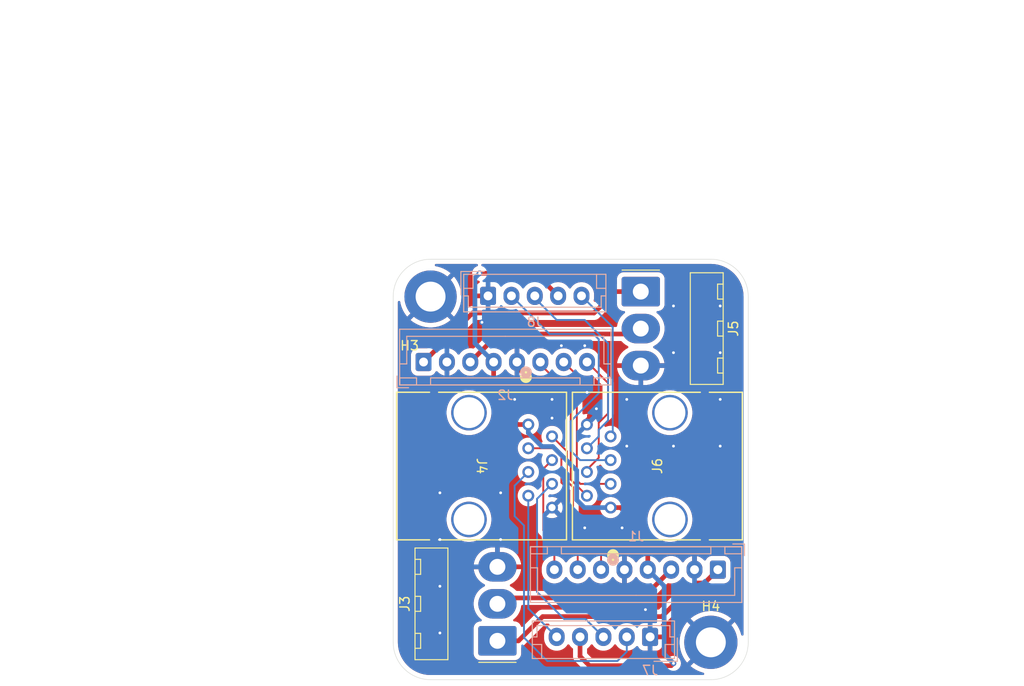
<source format=kicad_pcb>
(kicad_pcb (version 20241229) (generator "pcbnew") (generator_version "9.0")
  (layers (0 "F.Cu" signal) (2 "B.Cu" signal) (13 "F.Paste" user) (15 "B.Paste" user) (5 "F.SilkS" user "F.Silkscreen") (7 "B.SilkS" user "B.Silkscreen") (1 "F.Mask" user) (3 "B.Mask" user) (25 "Edge.Cuts" user))
  (net 0 "")
  (net 1 "GND")
  (net 2 "/Cos0")
  (net 3 "/C_B0")
  (net 4 "+5V")
  (net 5 "/Sin0")
  (net 6 "/C_I0")
  (net 7 "/C_A0")
  (net 8 "/Cos1")
  (net 9 "/C_B1")
  (net 10 "/C_A1")
  (net 11 "/Sin1")
  (net 12 "/C_I1")
  (net 13 "/SEA_A0")
  (net 14 "/SEA_I0")
  (net 15 "/SEA_B0")
  (net 16 "/SEA_A1")
  (net 17 "/SEA_B1")
  (net 18 "/SEA_I1")
  (footprint "MountingHole:MountingHole_3.2mm_M3_ISO7380_Pad_TopBottom" (layer "F.Cu") (at 184 101)
    (property "Reference" "H4" (at 0 -3.85 0) (layer "F.SilkS"))
    (property "Value" "MountingHole_Pad")
    (pad "1" thru_hole circle (at 0 0) (size 3.6 3.6) (drill 3.2) (layers "*.Cu" "*.Mask") (net 1 "GND"))
    (pad "1" connect circle (at 0 0) (size 5.7 5.7) (layers "F.Cu" "F.Mask") (net 1 "GND"))
    (pad "1" connect circle (at 0 0) (size 5.7 5.7) (layers "B.Cu" "B.Mask") (net 1 "GND"))
  )
  (footprint "MountingHole:MountingHole_3.2mm_M3_DIN965_Pad_TopBottom" (layer "F.Cu") (at 154 64)
    (property "Reference" "H3" (at -2.25 5.25 0) (layer "F.SilkS"))
    (property "Value" "MountingHole_Pad")
    (pad "1" thru_hole circle (at 0 0) (size 3.6 3.6) (drill 3.2) (layers "*.Cu" "*.Mask") (net 1 "GND"))
    (pad "1" connect circle (at 0 0) (size 5.6 5.6) (layers "F.Cu" "F.Mask") (net 1 "GND"))
    (pad "1" connect circle (at 0 0) (size 5.6 5.6) (layers "B.Cu" "B.Mask") (net 1 "GND"))
  )
  (footprint "Connector_Molex:Molex_KK-396_A-41792-0003_1x03_P3.96mm_Horizontal" (layer "F.Cu") (at 176.5 63.4623 -90)
    (property "Reference" "J5" (at 3.96 -9.91 90) (layer "F.SilkS"))
    (property "Value" "Conn_01x03")
    (fp_line (start -2.305 -2) (end -2.305 2) (stroke (width 0.12)) (layer "F.SilkS"))
    (fp_line (start -2.015 -5.3) (end -2.015 -8.82) (stroke (width 0.12)) (layer "F.SilkS"))
    (fp_line (start 9.935 -5.3) (end -2.015 -5.3) (stroke (width 0.12)) (layer "F.SilkS"))
    (fp_line (start -0.8 -8.22) (end 0.8 -8.22) (stroke (width 0.12)) (layer "F.SilkS"))
    (fp_line (start 0.8 -8.22) (end 0.8 -8.82) (stroke (width 0.12)) (layer "F.SilkS"))
    (fp_line (start 3.16 -8.22) (end 4.76 -8.22) (stroke (width 0.12)) (layer "F.SilkS"))
    (fp_line (start 4.76 -8.22) (end 4.76 -8.82) (stroke (width 0.12)) (layer "F.SilkS"))
    (fp_line (start 7.12 -8.22) (end 8.72 -8.22) (stroke (width 0.12)) (layer "F.SilkS"))
    (fp_line (start 8.72 -8.22) (end 8.72 -8.82) (stroke (width 0.12)) (layer "F.SilkS"))
    (fp_line (start -2.015 -8.82) (end 9.935 -8.82) (stroke (width 0.12)) (layer "F.SilkS"))
    (fp_line (start -0.8 -8.82) (end -0.8 -8.22) (stroke (width 0.12)) (layer "F.SilkS"))
    (fp_line (start 3.16 -8.82) (end 3.16 -8.22) (stroke (width 0.12)) (layer "F.SilkS"))
    (fp_line (start 7.12 -8.82) (end 7.12 -8.22) (stroke (width 0.12)) (layer "F.SilkS"))
    (fp_line (start 9.935 -8.82) (end 9.935 -5.3) (stroke (width 0.12)) (layer "F.SilkS"))
    (pad "1" thru_hole roundrect (at 0 0 270) (size 3.16 4.1) (drill 1.7) (layers "*.Cu" "*.Mask") (roundrect_rratio 0.079114) (net 11 "/Sin1"))
    (pad "2" thru_hole oval (at 3.96 0 270) (size 3.16 4.1) (drill 1.7) (layers "*.Cu" "*.Mask") (net 8 "/Cos1"))
    (pad "3" thru_hole oval (at 7.92 0 270) (size 3.16 4.1) (drill 1.7) (layers "*.Cu" "*.Mask") (net 1 "GND"))
  )
  (footprint "ethernet_54602-908LF:ethernet_54602-908LF" (layer "F.Cu") (at 173.2726 86.5823 90)
    (property "Reference" "J6" (at 4.445 5.004 90) (layer "F.SilkS"))
    (property "Value" "54602-908LF")
    (fp_line (start 12.3444 -4.0892) (end -3.4544 -4.0892) (stroke (width 0.1524)) (layer "F.SilkS"))
    (fp_line (start -3.4544 -4.0892) (end -3.4544 9.598328) (stroke (width 0.1524)) (layer "F.SilkS"))
    (fp_line (start 12.3444 9.598328) (end 12.3444 -4.0892) (stroke (width 0.1524)) (layer "F.SilkS"))
    (fp_line (start -3.4544 10.569672) (end -3.4544 14.0972) (stroke (width 0.1524)) (layer "F.SilkS"))
    (fp_line (start 12.3444 14.0972) (end 12.3444 10.569672) (stroke (width 0.1524)) (layer "F.SilkS"))
    (fp_line (start -3.4544 14.0972) (end 12.3444 14.0972) (stroke (width 0.1524)) (layer "F.SilkS"))
    (fp_circle (center -5.08 0.254) (end -4.699 0.254) (stroke (width 0.508)) (fill no) (layer "F.SilkS"))
    (fp_circle (center -5.588 0.254) (end -5.207 0.254) (stroke (width 0.508)) (fill no) (layer "B.SilkS"))
    (pad "1" thru_hole circle (at 0 0 90) (size 1.27 1.27) (drill 0.762) (layers "*.Cu" "*.Mask") (net 4 "+5V"))
    (pad "2" thru_hole circle (at 1.27 -2.54 90) (size 1.27 1.27) (drill 0.762) (layers "*.Cu" "*.Mask") (net 10 "/C_A1"))
    (pad "3" thru_hole circle (at 2.54 0 90) (size 1.27 1.27) (drill 0.762) (layers "*.Cu" "*.Mask") (net 9 "/C_B1"))
    (pad "4" thru_hole circle (at 3.81 -2.54 90) (size 1.27 1.27) (drill 0.762) (layers "*.Cu" "*.Mask") (net 12 "/C_I1"))
    (pad "5" thru_hole circle (at 5.08 0 90) (size 1.27 1.27) (drill 0.762) (layers "*.Cu" "*.Mask") (net 18 "/SEA_I1"))
    (pad "6" thru_hole circle (at 6.35 -2.54 90) (size 1.27 1.27) (drill 0.762) (layers "*.Cu" "*.Mask") (net 16 "/SEA_A1"))
    (pad "7" thru_hole circle (at 7.62 0 90) (size 1.27 1.27) (drill 0.762) (layers "*.Cu" "*.Mask") (net 17 "/SEA_B1"))
    (pad "8" thru_hole circle (at 8.89 -2.54 90) (size 1.27 1.27) (drill 0.762) (layers "*.Cu" "*.Mask") (net 1 "GND"))
    (pad "9" thru_hole circle (at -1.27 6.35 180) (size 3.81 3.81) (drill 3.302) (layers "*.Cu" "*.Mask"))
    (pad "10" thru_hole circle (at 10.16 6.35 180) (size 3.81 3.81) (drill 3.302) (layers "*.Cu" "*.Mask"))
  )
  (footprint "Connector_Molex:Molex_KK-396_A-41792-0003_1x03_P3.96mm_Horizontal" (layer "F.Cu") (at 161.155 100.8423 90)
    (property "Reference" "J3" (at 3.96 -9.91 90) (layer "F.SilkS"))
    (property "Value" "Conn_01x03")
    (fp_line (start 9.935 -8.82) (end 9.935 -5.3) (stroke (width 0.12)) (layer "F.SilkS"))
    (fp_line (start 7.12 -8.82) (end 7.12 -8.22) (stroke (width 0.12)) (layer "F.SilkS"))
    (fp_line (start 3.16 -8.82) (end 3.16 -8.22) (stroke (width 0.12)) (layer "F.SilkS"))
    (fp_line (start -0.8 -8.82) (end -0.8 -8.22) (stroke (width 0.12)) (layer "F.SilkS"))
    (fp_line (start -2.015 -8.82) (end 9.935 -8.82) (stroke (width 0.12)) (layer "F.SilkS"))
    (fp_line (start 8.72 -8.22) (end 8.72 -8.82) (stroke (width 0.12)) (layer "F.SilkS"))
    (fp_line (start 7.12 -8.22) (end 8.72 -8.22) (stroke (width 0.12)) (layer "F.SilkS"))
    (fp_line (start 4.76 -8.22) (end 4.76 -8.82) (stroke (width 0.12)) (layer "F.SilkS"))
    (fp_line (start 3.16 -8.22) (end 4.76 -8.22) (stroke (width 0.12)) (layer "F.SilkS"))
    (fp_line (start 0.8 -8.22) (end 0.8 -8.82) (stroke (width 0.12)) (layer "F.SilkS"))
    (fp_line (start -0.8 -8.22) (end 0.8 -8.22) (stroke (width 0.12)) (layer "F.SilkS"))
    (fp_line (start 9.935 -5.3) (end -2.015 -5.3) (stroke (width 0.12)) (layer "F.SilkS"))
    (fp_line (start -2.015 -5.3) (end -2.015 -8.82) (stroke (width 0.12)) (layer "F.SilkS"))
    (fp_line (start -2.305 -2) (end -2.305 2) (stroke (width 0.12)) (layer "F.SilkS"))
    (pad "1" thru_hole roundrect (at 0 0 90) (size 3.16 4.1) (drill 1.7) (layers "*.Cu" "*.Mask") (roundrect_rratio 0.079114) (net 5 "/Sin0"))
    (pad "2" thru_hole oval (at 3.96 0 90) (size 3.16 4.1) (drill 1.7) (layers "*.Cu" "*.Mask") (net 2 "/Cos0"))
    (pad "3" thru_hole oval (at 7.92 0 90) (size 3.16 4.1) (drill 1.7) (layers "*.Cu" "*.Mask") (net 1 "GND"))
  )
  (footprint "ethernet_54602-908LF:ethernet_54602-908LF" (layer "F.Cu") (at 164.46 77.69 -90)
    (property "Reference" "J4" (at 4.445 5.004 270) (layer "F.SilkS"))
    (property "Value" "54602-908LF")
    (fp_line (start -3.4544 14.0972) (end 12.3444 14.0972) (stroke (width 0.1524)) (layer "F.SilkS"))
    (fp_line (start 12.3444 14.0972) (end 12.3444 10.569672) (stroke (width 0.1524)) (layer "F.SilkS"))
    (fp_line (start -3.4544 10.569672) (end -3.4544 14.0972) (stroke (width 0.1524)) (layer "F.SilkS"))
    (fp_line (start 12.3444 9.598328) (end 12.3444 -4.0892) (stroke (width 0.1524)) (layer "F.SilkS"))
    (fp_line (start -3.4544 -4.0892) (end -3.4544 9.598328) (stroke (width 0.1524)) (layer "F.SilkS"))
    (fp_line (start 12.3444 -4.0892) (end -3.4544 -4.0892) (stroke (width 0.1524)) (layer "F.SilkS"))
    (fp_circle (center -5.08 0.254) (end -4.699 0.254) (stroke (width 0.508)) (fill no) (layer "F.SilkS"))
    (fp_circle (center -5.588 0.254) (end -5.207 0.254) (stroke (width 0.508)) (fill no) (layer "B.SilkS"))
    (pad "1" thru_hole circle (at 0 0 270) (size 1.27 1.27) (drill 0.762) (layers "*.Cu" "*.Mask") (net 4 "+5V"))
    (pad "2" thru_hole circle (at 1.27 -2.54 270) (size 1.27 1.27) (drill 0.762) (layers "*.Cu" "*.Mask") (net 7 "/C_A0"))
    (pad "3" thru_hole circle (at 2.54 0 270) (size 1.27 1.27) (drill 0.762) (layers "*.Cu" "*.Mask") (net 3 "/C_B0"))
    (pad "4" thru_hole circle (at 3.81 -2.54 270) (size 1.27 1.27) (drill 0.762) (layers "*.Cu" "*.Mask") (net 6 "/C_I0"))
    (pad "5" thru_hole circle (at 5.08 0 270) (size 1.27 1.27) (drill 0.762) (layers "*.Cu" "*.Mask") (net 14 "/SEA_I0"))
    (pad "6" thru_hole circle (at 6.35 -2.54 270) (size 1.27 1.27) (drill 0.762) (layers "*.Cu" "*.Mask") (net 13 "/SEA_A0"))
    (pad "7" thru_hole circle (at 7.62 0 270) (size 1.27 1.27) (drill 0.762) (layers "*.Cu" "*.Mask") (net 15 "/SEA_B0"))
    (pad "8" thru_hole circle (at 8.89 -2.54 270) (size 1.27 1.27) (drill 0.762) (layers "*.Cu" "*.Mask") (net 1 "GND"))
    (pad "9" thru_hole circle (at -1.27 6.35) (size 3.81 3.81) (drill 3.302) (layers "*.Cu" "*.Mask"))
    (pad "10" thru_hole circle (at 10.16 6.35) (size 3.81 3.81) (drill 3.302) (layers "*.Cu" "*.Mask"))
  )
  (footprint "Connector_JST:JST_EH_B5B-EH-A_1x05_P2.50mm_Vertical" (layer "B.Cu") (at 177.5 100.4223 180)
    (property "Reference" "J7" (at 0 -3.5777 0) (layer "B.SilkS") (effects (justify mirror)))
    (property "Value" "Conn_01x05")
    (fp_line (start 12.61 1.71) (end -2.61 1.71) (stroke (width 0.12)) (layer "B.SilkS"))
    (fp_line (start 12.61 -0.81) (end 11.61 -0.81) (stroke (width 0.12)) (layer "B.SilkS"))
    (fp_line (start 12.61 -2.31) (end 12.61 1.71) (stroke (width 0.12)) (layer "B.SilkS"))
    (fp_line (start 12.11 1.21) (end 12.11 0) (stroke (width 0.12)) (layer "B.SilkS"))
    (fp_line (start 12.11 0) (end 12.61 0) (stroke (width 0.12)) (layer "B.SilkS"))
    (fp_line (start 11.61 -0.81) (end 11.61 -2.31) (stroke (width 0.12)) (layer "B.SilkS"))
    (fp_line (start -1.61 -0.81) (end -1.61 -2.31) (stroke (width 0.12)) (layer "B.SilkS"))
    (fp_line (start -2.11 1.21) (end 12.11 1.21) (stroke (width 0.12)) (layer "B.SilkS"))
    (fp_line (start -2.11 0) (end -2.11 1.21) (stroke (width 0.12)) (layer "B.SilkS"))
    (fp_line (start -2.61 1.71) (end -2.61 -2.31) (stroke (width 0.12)) (layer "B.SilkS"))
    (fp_line (start -2.61 0) (end -2.11 0) (stroke (width 0.12)) (layer "B.SilkS"))
    (fp_line (start -2.61 -0.81) (end -1.61 -0.81) (stroke (width 0.12)) (layer "B.SilkS"))
    (fp_line (start -2.61 -2.31) (end 12.61 -2.31) (stroke (width 0.12)) (layer "B.SilkS"))
    (fp_line (start -2.91 -0.11) (end -2.91 -2.61) (stroke (width 0.12)) (layer "B.SilkS"))
    (fp_line (start -2.91 -2.61) (end -0.41 -2.61) (stroke (width 0.12)) (layer "B.SilkS"))
    (pad "1" thru_hole roundrect (at 0 0 180) (size 1.7 1.95) (drill 0.95) (layers "*.Cu" "*.Mask") (roundrect_rratio 0.147059) (net 1 "GND"))
    (pad "2" thru_hole oval (at 2.5 0 180) (size 1.7 1.95) (drill 0.95) (layers "*.Cu" "*.Mask") (net 14 "/SEA_I0"))
    (pad "3" thru_hole oval (at 5 0 180) (size 1.7 1.95) (drill 0.95) (layers "*.Cu" "*.Mask") (net 13 "/SEA_A0"))
    (pad "4" thru_hole oval (at 7.5 0 180) (size 1.7 1.95) (drill 0.95) (layers "*.Cu" "*.Mask") (net 4 "+5V"))
    (pad "5" thru_hole oval (at 10 0 180) (size 1.7 1.95) (drill 0.95) (layers "*.Cu" "*.Mask") (net 15 "/SEA_B0"))
  )
  (footprint "Connector_JST:JST_XH_B8B-XH-A_1x08_P2.50mm_Vertical" (layer "B.Cu") (at 153.25 71)
    (property "Reference" "J2" (at 8.75 3.55 180) (layer "B.SilkS") (effects (justify mirror)))
    (property "Value" "Conn_01x08")
    (fp_line (start -2.85 2.75) (end -2.85 1.5) (stroke (width 0.12)) (layer "B.SilkS"))
    (fp_line (start -2.56 -3.51) (end 20.06 -3.51) (stroke (width 0.12)) (layer "B.SilkS"))
    (fp_line (start -2.56 2.46) (end -2.56 -3.51) (stroke (width 0.12)) (layer "B.SilkS"))
    (fp_line (start -2.55 0.2) (end -1.8 0.2) (stroke (width 0.12)) (layer "B.SilkS"))
    (fp_line (start -2.55 1.7) (end -0.75 1.7) (stroke (width 0.12)) (layer "B.SilkS"))
    (fp_line (start -2.55 2.45) (end -2.55 1.7) (stroke (width 0.12)) (layer "B.SilkS"))
    (fp_line (start -1.8 -2.75) (end 8.75 -2.75) (stroke (width 0.12)) (layer "B.SilkS"))
    (fp_line (start -1.8 0.2) (end -1.8 -2.75) (stroke (width 0.12)) (layer "B.SilkS"))
    (fp_line (start -1.6 2.75) (end -2.85 2.75) (stroke (width 0.12)) (layer "B.SilkS"))
    (fp_line (start -0.75 1.7) (end -0.75 2.45) (stroke (width 0.12)) (layer "B.SilkS"))
    (fp_line (start -0.75 2.45) (end -2.55 2.45) (stroke (width 0.12)) (layer "B.SilkS"))
    (fp_line (start 0.75 1.7) (end 16.75 1.7) (stroke (width 0.12)) (layer "B.SilkS"))
    (fp_line (start 0.75 2.45) (end 0.75 1.7) (stroke (width 0.12)) (layer "B.SilkS"))
    (fp_line (start 16.75 1.7) (end 16.75 2.45) (stroke (width 0.12)) (layer "B.SilkS"))
    (fp_line (start 16.75 2.45) (end 0.75 2.45) (stroke (width 0.12)) (layer "B.SilkS"))
    (fp_line (start 18.25 1.7) (end 20.05 1.7) (stroke (width 0.12)) (layer "B.SilkS"))
    (fp_line (start 18.25 2.45) (end 18.25 1.7) (stroke (width 0.12)) (layer "B.SilkS"))
    (fp_line (start 19.3 -2.75) (end 8.75 -2.75) (stroke (width 0.12)) (layer "B.SilkS"))
    (fp_line (start 19.3 0.2) (end 19.3 -2.75) (stroke (width 0.12)) (layer "B.SilkS"))
    (fp_line (start 20.05 0.2) (end 19.3 0.2) (stroke (width 0.12)) (layer "B.SilkS"))
    (fp_line (start 20.05 1.7) (end 20.05 2.45) (stroke (width 0.12)) (layer "B.SilkS"))
    (fp_line (start 20.05 2.45) (end 18.25 2.45) (stroke (width 0.12)) (layer "B.SilkS"))
    (fp_line (start 20.06 -3.51) (end 20.06 2.46) (stroke (width 0.12)) (layer "B.SilkS"))
    (fp_line (start 20.06 2.46) (end -2.56 2.46) (stroke (width 0.12)) (layer "B.SilkS"))
    (pad "1" thru_hole roundrect (at 0 0) (size 1.7 1.95) (drill 0.95) (layers "*.Cu" "*.Mask") (roundrect_rratio 0.147059) (net 11 "/Sin1"))
    (pad "2" thru_hole oval (at 2.5 0) (size 1.7 1.95) (drill 0.95) (layers "*.Cu" "*.Mask") (net 1 "GND"))
    (pad "3" thru_hole oval (at 5 0) (size 1.7 1.95) (drill 0.95) (layers "*.Cu" "*.Mask") (net 8 "/Cos1"))
    (pad "4" thru_hole oval (at 7.5 0) (size 1.7 1.95) (drill 0.95) (layers "*.Cu" "*.Mask") (net 4 "+5V"))
    (pad "5" thru_hole oval (at 10 0) (size 1.7 1.95) (drill 0.95) (layers "*.Cu" "*.Mask") (net 1 "GND"))
    (pad "6" thru_hole oval (at 12.5 0) (size 1.7 1.95) (drill 0.95) (layers "*.Cu" "*.Mask") (net 10 "/C_A1"))
    (pad "7" thru_hole oval (at 15 0) (size 1.7 1.95) (drill 0.95) (layers "*.Cu" "*.Mask") (net 9 "/C_B1"))
    (pad "8" thru_hole oval (at 17.5 0) (size 1.7 1.95) (drill 0.95) (layers "*.Cu" "*.Mask") (net 12 "/C_I1"))
  )
  (footprint "Connector_JST:JST_EH_B5B-EH-A_1x05_P2.50mm_Vertical" (layer "B.Cu") (at 160.155 63.9223)
    (property "Reference" "J8" (at 5 2.8 180) (layer "B.SilkS") (effects (justify mirror)))
    (property "Value" "Conn_01x05")
    (fp_line (start -2.91 -2.61) (end -0.41 -2.61) (stroke (width 0.12)) (layer "B.SilkS"))
    (fp_line (start -2.91 -0.11) (end -2.91 -2.61) (stroke (width 0.12)) (layer "B.SilkS"))
    (fp_line (start -2.61 -2.31) (end 12.61 -2.31) (stroke (width 0.12)) (layer "B.SilkS"))
    (fp_line (start -2.61 -0.81) (end -1.61 -0.81) (stroke (width 0.12)) (layer "B.SilkS"))
    (fp_line (start -2.61 0) (end -2.11 0) (stroke (width 0.12)) (layer "B.SilkS"))
    (fp_line (start -2.61 1.71) (end -2.61 -2.31) (stroke (width 0.12)) (layer "B.SilkS"))
    (fp_line (start -2.11 0) (end -2.11 1.21) (stroke (width 0.12)) (layer "B.SilkS"))
    (fp_line (start -2.11 1.21) (end 12.11 1.21) (stroke (width 0.12)) (layer "B.SilkS"))
    (fp_line (start -1.61 -0.81) (end -1.61 -2.31) (stroke (width 0.12)) (layer "B.SilkS"))
    (fp_line (start 11.61 -0.81) (end 11.61 -2.31) (stroke (width 0.12)) (layer "B.SilkS"))
    (fp_line (start 12.11 0) (end 12.61 0) (stroke (width 0.12)) (layer "B.SilkS"))
    (fp_line (start 12.11 1.21) (end 12.11 0) (stroke (width 0.12)) (layer "B.SilkS"))
    (fp_line (start 12.61 -2.31) (end 12.61 1.71) (stroke (width 0.12)) (layer "B.SilkS"))
    (fp_line (start 12.61 -0.81) (end 11.61 -0.81) (stroke (width 0.12)) (layer "B.SilkS"))
    (fp_line (start 12.61 1.71) (end -2.61 1.71) (stroke (width 0.12)) (layer "B.SilkS"))
    (pad "1" thru_hole roundrect (at 0 0) (size 1.7 1.95) (drill 0.95) (layers "*.Cu" "*.Mask") (roundrect_rratio 0.147059) (net 1 "GND"))
    (pad "2" thru_hole oval (at 2.5 0) (size 1.7 1.95) (drill 0.95) (layers "*.Cu" "*.Mask") (net 18 "/SEA_I1"))
    (pad "3" thru_hole oval (at 5 0) (size 1.7 1.95) (drill 0.95) (layers "*.Cu" "*.Mask") (net 16 "/SEA_A1"))
    (pad "4" thru_hole oval (at 7.5 0) (size 1.7 1.95) (drill 0.95) (layers "*.Cu" "*.Mask") (net 4 "+5V"))
    (pad "5" thru_hole oval (at 10 0) (size 1.7 1.95) (drill 0.95) (layers "*.Cu" "*.Mask") (net 17 "/SEA_B1"))
  )
  (footprint "Connector_JST:JST_XH_B8B-XH-A_1x08_P2.50mm_Vertical" (layer "B.Cu") (at 184.75 93.225 180)
    (property "Reference" "J1" (at 8.75 3.55 0) (layer "B.SilkS") (effects (justify mirror)))
    (property "Value" "Conn_01x08")
    (fp_line (start 20.06 2.46) (end -2.56 2.46) (stroke (width 0.12)) (layer "B.SilkS"))
    (fp_line (start 20.06 -3.51) (end 20.06 2.46) (stroke (width 0.12)) (layer "B.SilkS"))
    (fp_line (start 20.05 2.45) (end 18.25 2.45) (stroke (width 0.12)) (layer "B.SilkS"))
    (fp_line (start 20.05 1.7) (end 20.05 2.45) (stroke (width 0.12)) (layer "B.SilkS"))
    (fp_line (start 20.05 0.2) (end 19.3 0.2) (stroke (width 0.12)) (layer "B.SilkS"))
    (fp_line (start 19.3 0.2) (end 19.3 -2.75) (stroke (width 0.12)) (layer "B.SilkS"))
    (fp_line (start 19.3 -2.75) (end 8.75 -2.75) (stroke (width 0.12)) (layer "B.SilkS"))
    (fp_line (start 18.25 2.45) (end 18.25 1.7) (stroke (width 0.12)) (layer "B.SilkS"))
    (fp_line (start 18.25 1.7) (end 20.05 1.7) (stroke (width 0.12)) (layer "B.SilkS"))
    (fp_line (start 16.75 2.45) (end 0.75 2.45) (stroke (width 0.12)) (layer "B.SilkS"))
    (fp_line (start 16.75 1.7) (end 16.75 2.45) (stroke (width 0.12)) (layer "B.SilkS"))
    (fp_line (start 0.75 2.45) (end 0.75 1.7) (stroke (width 0.12)) (layer "B.SilkS"))
    (fp_line (start 0.75 1.7) (end 16.75 1.7) (stroke (width 0.12)) (layer "B.SilkS"))
    (fp_line (start -0.75 2.45) (end -2.55 2.45) (stroke (width 0.12)) (layer "B.SilkS"))
    (fp_line (start -0.75 1.7) (end -0.75 2.45) (stroke (width 0.12)) (layer "B.SilkS"))
    (fp_line (start -1.6 2.75) (end -2.85 2.75) (stroke (width 0.12)) (layer "B.SilkS"))
    (fp_line (start -1.8 0.2) (end -1.8 -2.75) (stroke (width 0.12)) (layer "B.SilkS"))
    (fp_line (start -1.8 -2.75) (end 8.75 -2.75) (stroke (width 0.12)) (layer "B.SilkS"))
    (fp_line (start -2.55 2.45) (end -2.55 1.7) (stroke (width 0.12)) (layer "B.SilkS"))
    (fp_line (start -2.55 1.7) (end -0.75 1.7) (stroke (width 0.12)) (layer "B.SilkS"))
    (fp_line (start -2.55 0.2) (end -1.8 0.2) (stroke (width 0.12)) (layer "B.SilkS"))
    (fp_line (start -2.56 2.46) (end -2.56 -3.51) (stroke (width 0.12)) (layer "B.SilkS"))
    (fp_line (start -2.56 -3.51) (end 20.06 -3.51) (stroke (width 0.12)) (layer "B.SilkS"))
    (fp_line (start -2.85 2.75) (end -2.85 1.5) (stroke (width 0.12)) (layer "B.SilkS"))
    (pad "1" thru_hole roundrect (at 0 0 180) (size 1.7 1.95) (drill 0.95) (layers "*.Cu" "*.Mask") (roundrect_rratio 0.147059) (net 5 "/Sin0"))
    (pad "2" thru_hole oval (at 2.5 0 180) (size 1.7 1.95) (drill 0.95) (layers "*.Cu" "*.Mask") (net 1 "GND"))
    (pad "3" thru_hole oval (at 5 0 180) (size 1.7 1.95) (drill 0.95) (layers "*.Cu" "*.Mask") (net 2 "/Cos0"))
    (pad "4" thru_hole oval (at 7.5 0 180) (size 1.7 1.95) (drill 0.95) (layers "*.Cu" "*.Mask") (net 4 "+5V"))
    (pad "5" thru_hole oval (at 10 0 180) (size 1.7 1.95) (drill 0.95) (layers "*.Cu" "*.Mask") (net 1 "GND"))
    (pad "6" thru_hole oval (at 12.5 0 180) (size 1.7 1.95) (drill 0.95) (layers "*.Cu" "*.Mask") (net 7 "/C_A0"))
    (pad "7" thru_hole oval (at 15 0 180) (size 1.7 1.95) (drill 0.95) (layers "*.Cu" "*.Mask") (net 3 "/C_B0"))
    (pad "8" thru_hole oval (at 17.5 0 180) (size 1.7 1.95) (drill 0.95) (layers "*.Cu" "*.Mask") (net 6 "/C_I0"))
  )
  (gr_line (start 184 60) (end 154 60) (stroke (width 0.05)) (layer "Edge.Cuts"))
  (gr_arc (start 184 60) (mid 186.828427 61.171573) (end 188 64) (stroke (width 0.05)) (layer "Edge.Cuts"))
  (gr_line (start 154 105) (end 184 105) (stroke (width 0.05)) (layer "Edge.Cuts"))
  (gr_line (start 188 64) (end 188 101) (stroke (width 0.05)) (layer "Edge.Cuts"))
  (gr_arc (start 188 101) (mid 186.828427 103.828427) (end 184 105) (stroke (width 0.05)) (layer "Edge.Cuts"))
  (gr_line (start 150 64) (end 150 101) (stroke (width 0.05)) (layer "Edge.Cuts"))
  (gr_arc (start 154 105) (mid 151.171573 103.828427) (end 150 101) (stroke (width 0.05)) (layer "Edge.Cuts"))
  (gr_arc (start 150 64) (mid 151.171573 61.171573) (end 154 60) (stroke (width 0.05)) (layer "Edge.Cuts"))
  (segment (start 170.7326 77.2674) (end 170.7326 77.6923) (width 0.5) (layer "F.Cu") (net 1))
  (segment (start 171 77) (end 170.7326 77.2674) (width 0.5) (layer "F.Cu") (net 1))
  (segment (start 171 76.75) (end 171 77) (width 0.5) (layer "F.Cu") (net 1))
  (segment (start 171.75 76) (end 171 76.75) (width 0.5) (layer "F.Cu") (net 1))
  (segment (start 163.655 71.5723) (end 163.655 71.9223) (width 0.5) (layer "F.Cu") (net 1))
  (via (at 155 95) (size 0.6) (drill 0.3) (layers "F.Cu" "B.Cu") (net 1))
  (via (at 180 70) (size 0.6) (drill 0.3) (layers "F.Cu" "B.Cu") (net 1))
  (via (at 170.75 74.25) (size 0.6) (drill 0.3) (layers "F.Cu" "B.Cu") (net 1))
  (via (at 175 75) (size 0.6) (drill 0.3) (layers "F.Cu" "B.Cu") (net 1))
  (via (at 161.5 90) (size 0.6) (drill 0.3) (layers "F.Cu" "B.Cu") (net 1))
  (via (at 168 69.25) (size 0.6) (drill 0.3) (layers "F.Cu" "B.Cu") (net 1))
  (via (at 161.5 85) (size 0.6) (drill 0.3) (layers "F.Cu" "B.Cu") (net 1))
  (via (at 185 80) (size 0.6) (drill 0.3) (layers "F.Cu" "B.Cu") (net 1))
  (via (at 155 90) (size 0.6) (drill 0.3) (layers "F.Cu" "B.Cu") (net 1))
  (via (at 171.75 76) (size 0.6) (drill 0.3) (layers "F.Cu" "B.Cu") (net 1))
  (via (at 167 75) (size 0.6) (drill 0.3) (layers "F.Cu" "B.Cu") (net 1))
  (via (at 163 75) (size 0.6) (drill 0.3) (layers "F.Cu" "B.Cu") (net 1))
  (via (at 170.5 69.25) (size 0.6) (drill 0.3) (layers "F.Cu" "B.Cu") (net 1))
  (via (at 185 75) (size 0.6) (drill 0.3) (layers "F.Cu" "B.Cu") (net 1))
  (via (at 174.5 88.75) (size 0.6) (drill 0.3) (layers "F.Cu" "B.Cu") (net 1))
  (via (at 170.5 88.75) (size 0.6) (drill 0.3) (layers "F.Cu" "B.Cu") (net 1))
  (via (at 185 70) (size 0.6) (drill 0.3) (layers "F.Cu" "B.Cu") (net 1))
  (via (at 155 100) (size 0.6) (drill 0.3) (layers "F.Cu" "B.Cu") (net 1))
  (via (at 185 65) (size 0.6) (drill 0.3) (layers "F.Cu" "B.Cu") (net 1))
  (via (at 180 80) (size 0.6) (drill 0.3) (layers "F.Cu" "B.Cu") (net 1))
  (via (at 155 85) (size 0.6) (drill 0.3) (layers "F.Cu" "B.Cu") (net 1))
  (via (at 175 80) (size 0.6) (drill 0.3) (layers "F.Cu" "B.Cu") (net 1))
  (via (at 159.5 66.75) (size 0.6) (drill 0.3) (layers "F.Cu" "B.Cu") (net 1))
  (via (at 180 65) (size 0.6) (drill 0.3) (layers "F.Cu" "B.Cu") (net 1))
  (via (at 167 77) (size 0.6) (drill 0.3) (layers "F.Cu" "B.Cu") (net 1))
  (via (at 177 97.5) (size 0.6) (drill 0.3) (layers "F.Cu" "B.Cu") (net 1))
  (segment (start 176.725 96.25) (end 179.75 93.225) (width 0.5) (layer "F.Cu") (net 2))
  (segment (start 161.7873 96.25) (end 176.725 96.25) (width 0.5) (layer "F.Cu") (net 2))
  (segment (start 161.155 96.8823) (end 161.7873 96.25) (width 0.5) (layer "F.Cu") (net 2))
  (segment (start 169.75 90.75) (end 169.75 93.225) (width 0.2) (layer "F.Cu") (net 3))
  (segment (start 168 83.901) (end 168.849 84.75) (width 0.2) (layer "F.Cu") (net 3))
  (segment (start 167.23 80.23) (end 164.46 80.23) (width 0.2) (layer "F.Cu") (net 3))
  (segment (start 168.849 84.75) (end 168.849 89.849) (width 0.2) (layer "F.Cu") (net 3))
  (segment (start 168.849 89.849) (end 169.75 90.75) (width 0.2) (layer "F.Cu") (net 3))
  (segment (start 168 81) (end 168 83.901) (width 0.2) (layer "F.Cu") (net 3))
  (segment (start 168 81) (end 167.23 80.23) (width 0.2) (layer "F.Cu") (net 3))
  (segment (start 180 103.25) (end 179.75 103.5) (width 0.5) (layer "F.Cu") (net 4))
  (segment (start 171 103.5) (end 170 102.5) (width 0.5) (layer "F.Cu") (net 4))
  (segment (start 160.75 75.13) (end 160.75 71) (width 0.5) (layer "F.Cu") (net 4))
  (segment (start 163.31 77.69) (end 164.46 77.69) (width 0.5) (layer "F.Cu") (net 4))
  (segment (start 163.31 77.69) (end 160.75 75.13) (width 0.5) (layer "F.Cu") (net 4))
  (segment (start 167.655 63.9223) (end 165.2327 61.5) (width 0.5) (layer "F.Cu") (net 4))
  (segment (start 174.3323 86.5823) (end 177.25 89.5) (width 0.5) (layer "F.Cu") (net 4))
  (segment (start 173.2726 86.5823) (end 174.3323 86.5823) (width 0.5) (layer "F.Cu") (net 4))
  (segment (start 165.2327 61.5) (end 159.25 61.5) (width 0.5) (layer "F.Cu") (net 4))
  (segment (start 179.75 103.5) (end 171 103.5) (width 0.5) (layer "F.Cu") (net 4))
  (segment (start 177.25 89.5) (end 177.25 93.225) (width 0.5) (layer "F.Cu") (net 4))
  (segment (start 170 102.5) (end 170 100.4223) (width 0.5) (layer "F.Cu") (net 4))
  (via (at 180 103.25) (size 0.6) (drill 0.3) (layers "F.Cu" "B.Cu") (net 4))
  (via (at 159.25 61.5) (size 0.6) (drill 0.3) (layers "F.Cu" "B.Cu") (net 4))
  (segment (start 159.25 61.5) (end 158.749 62.001) (width 0.5) (layer "B.Cu") (net 4))
  (segment (start 165.917975 80.046) (end 167.081836 80.046) (width 0.5) (layer "B.Cu") (net 4))
  (segment (start 164.46 77.69) (end 164.46 78.588025) (width 0.5) (layer "B.Cu") (net 4))
  (segment (start 164.46 78.588025) (end 165.917975 80.046) (width 0.5) (layer "B.Cu") (net 4))
  (segment (start 158.749 68.999) (end 160.75 71) (width 0.5) (layer "B.Cu") (net 4))
  (segment (start 169.6466 82.610764) (end 169.6466 85.762136) (width 0.5) (layer "B.Cu") (net 4))
  (segment (start 180 103.25) (end 179 102.25) (width 0.5) (layer "B.Cu") (net 4))
  (segment (start 179 102.25) (end 179 94.975) (width 0.5) (layer "B.Cu") (net 4))
  (segment (start 170.466764 86.5823) (end 173.2726 86.5823) (width 0.5) (layer "B.Cu") (net 4))
  (segment (start 167.081836 80.046) (end 169.6466 82.610764) (width 0.5) (layer "B.Cu") (net 4))
  (segment (start 169.6466 85.762136) (end 170.466764 86.5823) (width 0.5) (layer "B.Cu") (net 4))
  (segment (start 179 94.975) (end 177.25 93.225) (width 0.5) (layer "B.Cu") (net 4))
  (segment (start 158.749 62.001) (end 158.749 68.999) (width 0.5) (layer "B.Cu") (net 4))
  (segment (start 183.324 94.651) (end 184.75 93.225) (width 0.5) (layer "F.Cu") (net 5))
  (segment (start 166 98.25) (end 178.758636 98.25) (width 0.5) (layer "F.Cu") (net 5))
  (segment (start 161.155 100.8423) (end 163.4077 100.8423) (width 0.5) (layer "F.Cu") (net 5))
  (segment (start 178.758636 98.25) (end 182.357636 94.651) (width 0.5) (layer "F.Cu") (net 5))
  (segment (start 182.357636 94.651) (end 183.324 94.651) (width 0.5) (layer "F.Cu") (net 5))
  (segment (start 163.4077 100.8423) (end 166 98.25) (width 0.5) (layer "F.Cu") (net 5))
  (segment (start 167.25 90.5) (end 167.25 93.225) (width 0.2) (layer "F.Cu") (net 6))
  (segment (start 166.5 89.436) (end 166.064 89) (width 0.2) (layer "F.Cu") (net 6))
  (segment (start 166.064 89) (end 166.064 82.436) (width 0.2) (layer "F.Cu") (net 6))
  (segment (start 166.064 82.436) (end 167 81.5) (width 0.2) (layer "F.Cu") (net 6))
  (segment (start 166.5 89.436) (end 166.5 89.75) (width 0.2) (layer "F.Cu") (net 6))
  (segment (start 166.5 89.75) (end 167.25 90.5) (width 0.2) (layer "F.Cu") (net 6))
  (segment (start 172.25 93.225) (end 172.25 91.5) (width 0.2) (layer "F.Cu") (net 7))
  (segment (start 169.25 88.5) (end 169.25 84.3968) (width 0.2) (layer "F.Cu") (net 7))
  (segment (start 172.25 91.5) (end 169.25 88.5) (width 0.2) (layer "F.Cu") (net 7))
  (segment (start 168.599 83.7458) (end 168.599 80.559) (width 0.2) (layer "F.Cu") (net 7))
  (segment (start 169.25 84.3968) (end 168.599 83.7458) (width 0.2) (layer "F.Cu") (net 7))
  (segment (start 168.599 80.559) (end 167 78.96) (width 0.2) (layer "F.Cu") (net 7))
  (segment (start 161.25 68) (end 158.25 71) (width 0.5) (layer "F.Cu") (net 8))
  (segment (start 176.5 67.4223) (end 175.9223 68) (width 0.5) (layer "F.Cu") (net 8))
  (segment (start 175.9223 68) (end 161.25 68) (width 0.5) (layer "F.Cu") (net 8))
  (segment (start 169.655 83.655) (end 169.655 72.405) (width 0.2) (layer "F.Cu") (net 9))
  (segment (start 169.655 72.405) (end 168.25 71) (width 0.2) (layer "F.Cu") (net 9))
  (segment (start 169.655 83.655) (end 170.0423 84.0423) (width 0.2) (layer "F.Cu") (net 9))
  (segment (start 170.0423 84.0423) (end 173.2726 84.0423) (width 0.2) (layer "F.Cu") (net 9))
  (segment (start 165.75 71.25) (end 165.75 71) (width 0.2) (layer "F.Cu") (net 10))
  (segment (start 170.7326 85.3123) (end 169 83.5797) (width 0.2) (layer "F.Cu") (net 10))
  (segment (start 169 83.5797) (end 169 74.5) (width 0.2) (layer "F.Cu") (net 10))
  (segment (start 169 74.5) (end 165.75 71.25) (width 0.2) (layer "F.Cu") (net 10))
  (segment (start 158.5 65.75) (end 153.25 71) (width 0.5) (layer "F.Cu") (net 11))
  (segment (start 173.7877 63.4623) (end 171.5 65.75) (width 0.5) (layer "F.Cu") (net 11))
  (segment (start 176.5 63.4623) (end 173.7877 63.4623) (width 0.5) (layer "F.Cu") (net 11))
  (segment (start 171.5 65.75) (end 158.5 65.75) (width 0.5) (layer "F.Cu") (net 11))
  (segment (start 172 81.25) (end 172 77.5) (width 0.2) (layer "F.Cu") (net 12))
  (segment (start 172 77.5) (end 173 76.5) (width 0.2) (layer "F.Cu") (net 12))
  (segment (start 170.7326 82.5174) (end 172 81.25) (width 0.2) (layer "F.Cu") (net 12))
  (segment (start 170.7326 82.7723) (end 170.7326 82.5174) (width 0.2) (layer "F.Cu") (net 12))
  (segment (start 173 73.25) (end 170.75 71) (width 0.2) (layer "F.Cu") (net 12))
  (segment (start 173 76.5) (end 173 73.25) (width 0.2) (layer "F.Cu") (net 12))
  (segment (start 165.396 95.604) (end 165.396 85.644) (width 0.2) (layer "B.Cu") (net 13))
  (segment (start 172.5 100.4223) (end 170.5777 98.5) (width 0.2) (layer "B.Cu") (net 13))
  (segment (start 165.396 85.644) (end 167 84.04) (width 0.2) (layer "B.Cu") (net 13))
  (segment (start 170.5777 98.5) (end 168.292 98.5) (width 0.2) (layer "B.Cu") (net 13))
  (segment (start 168.292 98.5) (end 165.396 95.604) (width 0.2) (layer "B.Cu") (net 13))
  (segment (start 164.46 82.77) (end 163 84.23) (width 0.2) (layer "B.Cu") (net 14))
  (segment (start 163 87.5) (end 164 88.5) (width 0.2) (layer "B.Cu") (net 14))
  (segment (start 174 103) (end 175 102) (width 0.2) (layer "B.Cu") (net 14))
  (segment (start 164 100.5) (end 166.5 103) (width 0.2) (layer "B.Cu") (net 14))
  (segment (start 166.5 103) (end 174 103) (width 0.2) (layer "B.Cu") (net 14))
  (segment (start 163 84.23) (end 163 87.5) (width 0.2) (layer "B.Cu") (net 14))
  (segment (start 164 88.5) (end 164 100.5) (width 0.2) (layer "B.Cu") (net 14))
  (segment (start 175 102) (end 175 100.4223) (width 0.2) (layer "B.Cu") (net 14))
  (segment (start 164.46 85.31) (end 164.46 97.3823) (width 0.2) (layer "B.Cu") (net 15))
  (segment (start 164.46 97.3823) (end 167.5 100.4223) (width 0.2) (layer "B.Cu") (net 15))
  (segment (start 165.155 63.9223) (end 165.155 64.155) (width 0.2) (layer "B.Cu") (net 16))
  (segment (start 172 78.25) (end 172 78.9649) (width 0.2) (layer "B.Cu") (net 16))
  (segment (start 172 78.9649) (end 170.7326 80.2323) (width 0.2) (layer "B.Cu") (net 16))
  (segment (start 173 77.25) (end 172 78.25) (width 0.2) (layer "B.Cu") (net 16))
  (segment (start 167.5 66.5) (end 170.5 66.5) (width 0.2) (layer "B.Cu") (net 16))
  (segment (start 170.5 66.5) (end 173 69) (width 0.2) (layer "B.Cu") (net 16))
  (segment (start 165.155 64.155) (end 167.5 66.5) (width 0.2) (layer "B.Cu") (net 16))
  (segment (start 173 69) (end 173 77.25) (width 0.2) (layer "B.Cu") (net 16))
  (segment (start 170.155 63.9223) (end 173.5 67.2673) (width 0.2) (layer "B.Cu") (net 17))
  (segment (start 173.5 78.7349) (end 173.2726 78.9623) (width 0.2) (layer "B.Cu") (net 17))
  (segment (start 173.5 67.2673) (end 173.5 78.7349) (width 0.2) (layer "B.Cu") (net 17))
  (segment (start 172 74.344537) (end 169 77.344537) (width 0.2) (layer "B.Cu") (net 18))
  (segment (start 169 77.344537) (end 169 80.491404) (width 0.2) (layer "B.Cu") (net 18))
  (segment (start 171.4329 68) (end 172 68.5671) (width 0.2) (layer "B.Cu") (net 18))
  (segment (start 172 68.5671) (end 172 74.344537) (width 0.2) (layer "B.Cu") (net 18))
  (segment (start 166.7327 68) (end 171.4329 68) (width 0.2) (layer "B.Cu") (net 18))
  (segment (start 169 80.491404) (end 170.010896 81.5023) (width 0.2) (layer "B.Cu") (net 18))
  (segment (start 170.010896 81.5023) (end 173.2726 81.5023) (width 0.2) (layer "B.Cu") (net 18))
  (segment (start 162.655 63.9223) (end 166.7327 68) (width 0.2) (layer "B.Cu") (net 18))
  (zone (net 1) (net_name "GND") (layers "F.Cu" "B.Cu") (connect_pads (clearance 0.5)) (min_thickness 0.25) (fill yes (thermal_gap 0.5) (thermal_bridge_width 0.5))
    (polygon (pts (xy 150 60) (xy 150 105) (xy 188 105) (xy 188 60)))
  )
)
</source>
